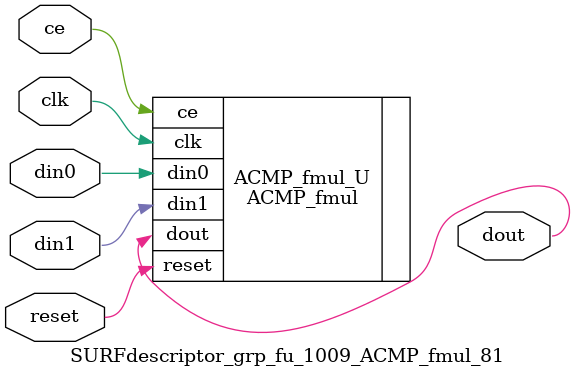
<source format=v>

`timescale 1 ns / 1 ps
module SURFdescriptor_grp_fu_1009_ACMP_fmul_81(
    clk,
    reset,
    ce,
    din0,
    din1,
    dout);

parameter ID = 32'd1;
parameter NUM_STAGE = 32'd1;
parameter din0_WIDTH = 32'd1;
parameter din1_WIDTH = 32'd1;
parameter dout_WIDTH = 32'd1;
input clk;
input reset;
input ce;
input[din0_WIDTH - 1:0] din0;
input[din1_WIDTH - 1:0] din1;
output[dout_WIDTH - 1:0] dout;



ACMP_fmul #(
.ID( ID ),
.NUM_STAGE( 4 ),
.din0_WIDTH( din0_WIDTH ),
.din1_WIDTH( din1_WIDTH ),
.dout_WIDTH( dout_WIDTH ))
ACMP_fmul_U(
    .clk( clk ),
    .reset( reset ),
    .ce( ce ),
    .din0( din0 ),
    .din1( din1 ),
    .dout( dout ));

endmodule

</source>
